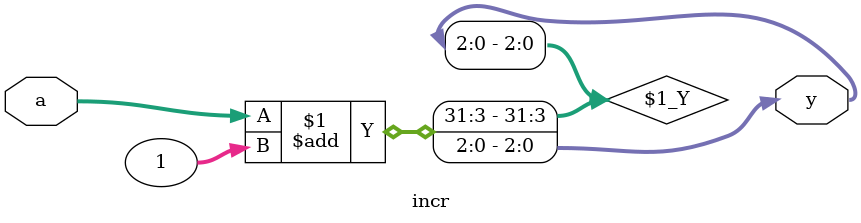
<source format=sv>
module ADD 
#(parameter MANT_WIDTH=4)
(input logic [MANT_WIDTH:0]a,b,
 input logic signA, signB,
 input logic control,
 output logic sub,sign_result,
 output logic [MANT_WIDTH+1:0] y);
 always_comb begin
  if (control)begin
	if(signA==signB)begin
	  y=a+b;
	  sign_result=signA;
	  sub='0;
	end
	else if(signA) begin
	  if(b>a) y=b-a;
	  else y=a-b;
	  sign_result=a>b;
 	  sub='1;
	end
	else begin
	  if(a>b)y=a-b;
	  else y=b-a;
	  sign_result=b>a;
	  sub='1;
	end
  end
  else begin 
	y=a-b;
	if (signA==signB)begin
	  if(signA==1'b1)begin 
	     if(b>a)y=b-a;
	     else y=a-b;
	     sign_result=a>b;
	     sub=1'b1;
	  end
	  else begin
	     if(a>b)y=a-b;
	     else y=b-a;
	     sign_result=b>a;
	     sub=1'b1;
	  end
	end
	else begin
	  y=a+b;
	  sign_result=signA;
	  sub=1'b0;
	end
       end
  end
endmodule

module MUL 
#(parameter MANT_WIDTH=4,
  parameter EXP_WIDTH=3)
(input logic [MANT_WIDTH:0] a,b,
 input logic signA, signB,
 output logic sign_result,
 output logic [MANT_WIDTH*2+1:0] result
);
 always_comb begin
   result=a*b;
   sign_result=signA^signB;  
 end
endmodule



module incr #(parameter WIDTH = 3)
(input logic [WIDTH-1:0] a,
 output logic [WIDTH-1:0] y
);
 assign y=a+1;
endmodule
</source>
